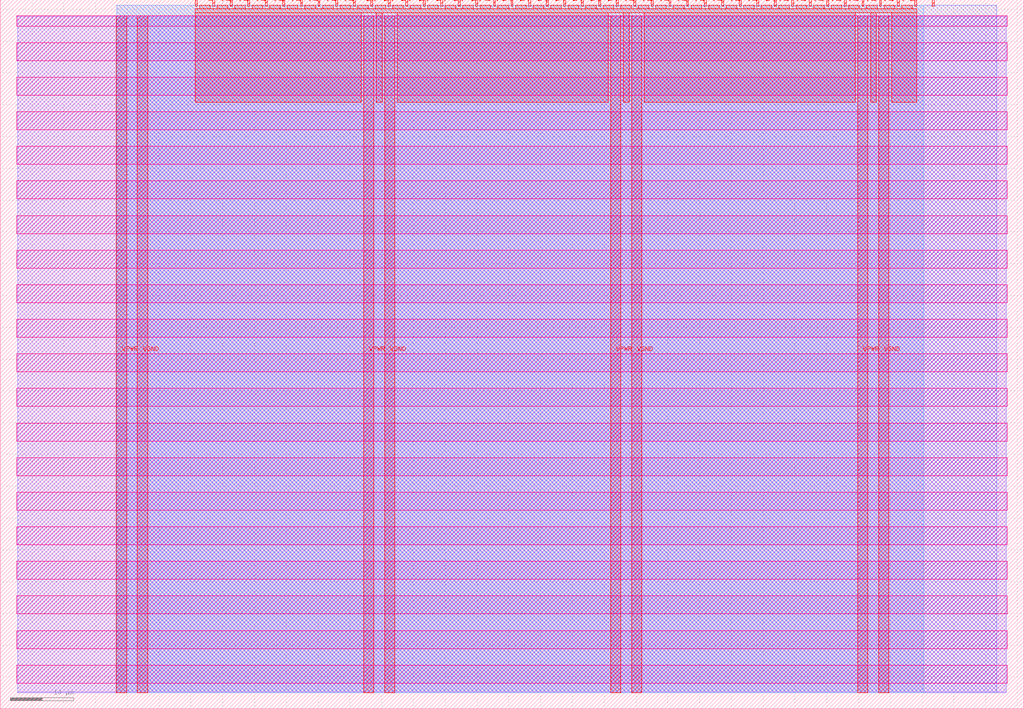
<source format=lef>
VERSION 5.7 ;
  NOWIREEXTENSIONATPIN ON ;
  DIVIDERCHAR "/" ;
  BUSBITCHARS "[]" ;
MACRO tt_um_my_elevator
  CLASS BLOCK ;
  FOREIGN tt_um_my_elevator ;
  ORIGIN 0.000 0.000 ;
  SIZE 161.000 BY 111.520 ;
  PIN VGND
    DIRECTION INOUT ;
    USE GROUND ;
    PORT
      LAYER met4 ;
        RECT 21.580 2.480 23.180 109.040 ;
    END
    PORT
      LAYER met4 ;
        RECT 60.450 2.480 62.050 109.040 ;
    END
    PORT
      LAYER met4 ;
        RECT 99.320 2.480 100.920 109.040 ;
    END
    PORT
      LAYER met4 ;
        RECT 138.190 2.480 139.790 109.040 ;
    END
  END VGND
  PIN VPWR
    DIRECTION INOUT ;
    USE POWER ;
    PORT
      LAYER met4 ;
        RECT 18.280 2.480 19.880 109.040 ;
    END
    PORT
      LAYER met4 ;
        RECT 57.150 2.480 58.750 109.040 ;
    END
    PORT
      LAYER met4 ;
        RECT 96.020 2.480 97.620 109.040 ;
    END
    PORT
      LAYER met4 ;
        RECT 134.890 2.480 136.490 109.040 ;
    END
  END VPWR
  PIN clk
    DIRECTION INPUT ;
    USE SIGNAL ;
    ANTENNAGATEAREA 0.852000 ;
    PORT
      LAYER met4 ;
        RECT 143.830 110.520 144.130 111.520 ;
    END
  END clk
  PIN ena
    DIRECTION INPUT ;
    USE SIGNAL ;
    PORT
      LAYER met4 ;
        RECT 146.590 110.520 146.890 111.520 ;
    END
  END ena
  PIN rst_n
    DIRECTION INPUT ;
    USE SIGNAL ;
    ANTENNAGATEAREA 0.126000 ;
    PORT
      LAYER met4 ;
        RECT 141.070 110.520 141.370 111.520 ;
    END
  END rst_n
  PIN ui_in[0]
    DIRECTION INPUT ;
    USE SIGNAL ;
    ANTENNAGATEAREA 0.196500 ;
    PORT
      LAYER met4 ;
        RECT 138.310 110.520 138.610 111.520 ;
    END
  END ui_in[0]
  PIN ui_in[1]
    DIRECTION INPUT ;
    USE SIGNAL ;
    ANTENNAGATEAREA 0.196500 ;
    PORT
      LAYER met4 ;
        RECT 135.550 110.520 135.850 111.520 ;
    END
  END ui_in[1]
  PIN ui_in[2]
    DIRECTION INPUT ;
    USE SIGNAL ;
    ANTENNAGATEAREA 0.196500 ;
    PORT
      LAYER met4 ;
        RECT 132.790 110.520 133.090 111.520 ;
    END
  END ui_in[2]
  PIN ui_in[3]
    DIRECTION INPUT ;
    USE SIGNAL ;
    ANTENNAGATEAREA 0.196500 ;
    PORT
      LAYER met4 ;
        RECT 130.030 110.520 130.330 111.520 ;
    END
  END ui_in[3]
  PIN ui_in[4]
    DIRECTION INPUT ;
    USE SIGNAL ;
    ANTENNAGATEAREA 0.196500 ;
    PORT
      LAYER met4 ;
        RECT 127.270 110.520 127.570 111.520 ;
    END
  END ui_in[4]
  PIN ui_in[5]
    DIRECTION INPUT ;
    USE SIGNAL ;
    ANTENNAGATEAREA 0.196500 ;
    PORT
      LAYER met4 ;
        RECT 124.510 110.520 124.810 111.520 ;
    END
  END ui_in[5]
  PIN ui_in[6]
    DIRECTION INPUT ;
    USE SIGNAL ;
    ANTENNAGATEAREA 0.196500 ;
    PORT
      LAYER met4 ;
        RECT 121.750 110.520 122.050 111.520 ;
    END
  END ui_in[6]
  PIN ui_in[7]
    DIRECTION INPUT ;
    USE SIGNAL ;
    ANTENNAGATEAREA 0.196500 ;
    PORT
      LAYER met4 ;
        RECT 118.990 110.520 119.290 111.520 ;
    END
  END ui_in[7]
  PIN uio_in[0]
    DIRECTION INPUT ;
    USE SIGNAL ;
    PORT
      LAYER met4 ;
        RECT 116.230 110.520 116.530 111.520 ;
    END
  END uio_in[0]
  PIN uio_in[1]
    DIRECTION INPUT ;
    USE SIGNAL ;
    PORT
      LAYER met4 ;
        RECT 113.470 110.520 113.770 111.520 ;
    END
  END uio_in[1]
  PIN uio_in[2]
    DIRECTION INPUT ;
    USE SIGNAL ;
    PORT
      LAYER met4 ;
        RECT 110.710 110.520 111.010 111.520 ;
    END
  END uio_in[2]
  PIN uio_in[3]
    DIRECTION INPUT ;
    USE SIGNAL ;
    PORT
      LAYER met4 ;
        RECT 107.950 110.520 108.250 111.520 ;
    END
  END uio_in[3]
  PIN uio_in[4]
    DIRECTION INPUT ;
    USE SIGNAL ;
    PORT
      LAYER met4 ;
        RECT 105.190 110.520 105.490 111.520 ;
    END
  END uio_in[4]
  PIN uio_in[5]
    DIRECTION INPUT ;
    USE SIGNAL ;
    PORT
      LAYER met4 ;
        RECT 102.430 110.520 102.730 111.520 ;
    END
  END uio_in[5]
  PIN uio_in[6]
    DIRECTION INPUT ;
    USE SIGNAL ;
    PORT
      LAYER met4 ;
        RECT 99.670 110.520 99.970 111.520 ;
    END
  END uio_in[6]
  PIN uio_in[7]
    DIRECTION INPUT ;
    USE SIGNAL ;
    PORT
      LAYER met4 ;
        RECT 96.910 110.520 97.210 111.520 ;
    END
  END uio_in[7]
  PIN uio_oe[0]
    DIRECTION OUTPUT ;
    USE SIGNAL ;
    ANTENNADIFFAREA 0.445500 ;
    PORT
      LAYER met4 ;
        RECT 49.990 110.520 50.290 111.520 ;
    END
  END uio_oe[0]
  PIN uio_oe[1]
    DIRECTION OUTPUT ;
    USE SIGNAL ;
    ANTENNADIFFAREA 0.445500 ;
    PORT
      LAYER met4 ;
        RECT 47.230 110.520 47.530 111.520 ;
    END
  END uio_oe[1]
  PIN uio_oe[2]
    DIRECTION OUTPUT ;
    USE SIGNAL ;
    ANTENNADIFFAREA 0.445500 ;
    PORT
      LAYER met4 ;
        RECT 44.470 110.520 44.770 111.520 ;
    END
  END uio_oe[2]
  PIN uio_oe[3]
    DIRECTION OUTPUT ;
    USE SIGNAL ;
    ANTENNADIFFAREA 0.445500 ;
    PORT
      LAYER met4 ;
        RECT 41.710 110.520 42.010 111.520 ;
    END
  END uio_oe[3]
  PIN uio_oe[4]
    DIRECTION OUTPUT ;
    USE SIGNAL ;
    ANTENNADIFFAREA 0.445500 ;
    PORT
      LAYER met4 ;
        RECT 38.950 110.520 39.250 111.520 ;
    END
  END uio_oe[4]
  PIN uio_oe[5]
    DIRECTION OUTPUT ;
    USE SIGNAL ;
    ANTENNADIFFAREA 0.445500 ;
    PORT
      LAYER met4 ;
        RECT 36.190 110.520 36.490 111.520 ;
    END
  END uio_oe[5]
  PIN uio_oe[6]
    DIRECTION OUTPUT ;
    USE SIGNAL ;
    ANTENNADIFFAREA 0.445500 ;
    PORT
      LAYER met4 ;
        RECT 33.430 110.520 33.730 111.520 ;
    END
  END uio_oe[6]
  PIN uio_oe[7]
    DIRECTION OUTPUT ;
    USE SIGNAL ;
    ANTENNADIFFAREA 0.445500 ;
    PORT
      LAYER met4 ;
        RECT 30.670 110.520 30.970 111.520 ;
    END
  END uio_oe[7]
  PIN uio_out[0]
    DIRECTION OUTPUT ;
    USE SIGNAL ;
    ANTENNADIFFAREA 0.445500 ;
    PORT
      LAYER met4 ;
        RECT 72.070 110.520 72.370 111.520 ;
    END
  END uio_out[0]
  PIN uio_out[1]
    DIRECTION OUTPUT ;
    USE SIGNAL ;
    ANTENNADIFFAREA 0.445500 ;
    PORT
      LAYER met4 ;
        RECT 69.310 110.520 69.610 111.520 ;
    END
  END uio_out[1]
  PIN uio_out[2]
    DIRECTION OUTPUT ;
    USE SIGNAL ;
    ANTENNADIFFAREA 0.445500 ;
    PORT
      LAYER met4 ;
        RECT 66.550 110.520 66.850 111.520 ;
    END
  END uio_out[2]
  PIN uio_out[3]
    DIRECTION OUTPUT ;
    USE SIGNAL ;
    ANTENNADIFFAREA 0.445500 ;
    PORT
      LAYER met4 ;
        RECT 63.790 110.520 64.090 111.520 ;
    END
  END uio_out[3]
  PIN uio_out[4]
    DIRECTION OUTPUT ;
    USE SIGNAL ;
    ANTENNADIFFAREA 0.445500 ;
    PORT
      LAYER met4 ;
        RECT 61.030 110.520 61.330 111.520 ;
    END
  END uio_out[4]
  PIN uio_out[5]
    DIRECTION OUTPUT ;
    USE SIGNAL ;
    ANTENNADIFFAREA 0.445500 ;
    PORT
      LAYER met4 ;
        RECT 58.270 110.520 58.570 111.520 ;
    END
  END uio_out[5]
  PIN uio_out[6]
    DIRECTION OUTPUT ;
    USE SIGNAL ;
    ANTENNADIFFAREA 0.445500 ;
    PORT
      LAYER met4 ;
        RECT 55.510 110.520 55.810 111.520 ;
    END
  END uio_out[6]
  PIN uio_out[7]
    DIRECTION OUTPUT ;
    USE SIGNAL ;
    ANTENNADIFFAREA 0.445500 ;
    PORT
      LAYER met4 ;
        RECT 52.750 110.520 53.050 111.520 ;
    END
  END uio_out[7]
  PIN uo_out[0]
    DIRECTION OUTPUT ;
    USE SIGNAL ;
    ANTENNADIFFAREA 1.721000 ;
    PORT
      LAYER met4 ;
        RECT 94.150 110.520 94.450 111.520 ;
    END
  END uo_out[0]
  PIN uo_out[1]
    DIRECTION OUTPUT ;
    USE SIGNAL ;
    ANTENNADIFFAREA 1.288000 ;
    PORT
      LAYER met4 ;
        RECT 91.390 110.520 91.690 111.520 ;
    END
  END uo_out[1]
  PIN uo_out[2]
    DIRECTION OUTPUT ;
    USE SIGNAL ;
    ANTENNADIFFAREA 1.288000 ;
    PORT
      LAYER met4 ;
        RECT 88.630 110.520 88.930 111.520 ;
    END
  END uo_out[2]
  PIN uo_out[3]
    DIRECTION OUTPUT ;
    USE SIGNAL ;
    ANTENNADIFFAREA 0.453750 ;
    PORT
      LAYER met4 ;
        RECT 85.870 110.520 86.170 111.520 ;
    END
  END uo_out[3]
  PIN uo_out[4]
    DIRECTION OUTPUT ;
    USE SIGNAL ;
    ANTENNADIFFAREA 0.643500 ;
    PORT
      LAYER met4 ;
        RECT 83.110 110.520 83.410 111.520 ;
    END
  END uo_out[4]
  PIN uo_out[5]
    DIRECTION OUTPUT ;
    USE SIGNAL ;
    ANTENNADIFFAREA 1.288000 ;
    PORT
      LAYER met4 ;
        RECT 80.350 110.520 80.650 111.520 ;
    END
  END uo_out[5]
  PIN uo_out[6]
    DIRECTION OUTPUT ;
    USE SIGNAL ;
    ANTENNADIFFAREA 0.891000 ;
    PORT
      LAYER met4 ;
        RECT 77.590 110.520 77.890 111.520 ;
    END
  END uo_out[6]
  PIN uo_out[7]
    DIRECTION OUTPUT ;
    USE SIGNAL ;
    ANTENNADIFFAREA 0.445500 ;
    PORT
      LAYER met4 ;
        RECT 74.830 110.520 75.130 111.520 ;
    END
  END uo_out[7]
  OBS
      LAYER nwell ;
        RECT 2.570 107.385 158.430 108.990 ;
        RECT 2.570 101.945 158.430 104.775 ;
        RECT 2.570 96.505 158.430 99.335 ;
        RECT 2.570 91.065 158.430 93.895 ;
        RECT 2.570 85.625 158.430 88.455 ;
        RECT 2.570 80.185 158.430 83.015 ;
        RECT 2.570 74.745 158.430 77.575 ;
        RECT 2.570 69.305 158.430 72.135 ;
        RECT 2.570 63.865 158.430 66.695 ;
        RECT 2.570 58.425 158.430 61.255 ;
        RECT 2.570 52.985 158.430 55.815 ;
        RECT 2.570 47.545 158.430 50.375 ;
        RECT 2.570 42.105 158.430 44.935 ;
        RECT 2.570 36.665 158.430 39.495 ;
        RECT 2.570 31.225 158.430 34.055 ;
        RECT 2.570 25.785 158.430 28.615 ;
        RECT 2.570 20.345 158.430 23.175 ;
        RECT 2.570 14.905 158.430 17.735 ;
        RECT 2.570 9.465 158.430 12.295 ;
        RECT 2.570 4.025 158.430 6.855 ;
      LAYER li1 ;
        RECT 2.760 2.635 158.240 108.885 ;
      LAYER met1 ;
        RECT 2.760 2.480 158.240 109.040 ;
      LAYER met2 ;
        RECT 18.310 2.535 156.760 110.685 ;
      LAYER met3 ;
        RECT 18.290 2.555 145.295 110.665 ;
      LAYER met4 ;
        RECT 31.370 110.120 33.030 110.665 ;
        RECT 34.130 110.120 35.790 110.665 ;
        RECT 36.890 110.120 38.550 110.665 ;
        RECT 39.650 110.120 41.310 110.665 ;
        RECT 42.410 110.120 44.070 110.665 ;
        RECT 45.170 110.120 46.830 110.665 ;
        RECT 47.930 110.120 49.590 110.665 ;
        RECT 50.690 110.120 52.350 110.665 ;
        RECT 53.450 110.120 55.110 110.665 ;
        RECT 56.210 110.120 57.870 110.665 ;
        RECT 58.970 110.120 60.630 110.665 ;
        RECT 61.730 110.120 63.390 110.665 ;
        RECT 64.490 110.120 66.150 110.665 ;
        RECT 67.250 110.120 68.910 110.665 ;
        RECT 70.010 110.120 71.670 110.665 ;
        RECT 72.770 110.120 74.430 110.665 ;
        RECT 75.530 110.120 77.190 110.665 ;
        RECT 78.290 110.120 79.950 110.665 ;
        RECT 81.050 110.120 82.710 110.665 ;
        RECT 83.810 110.120 85.470 110.665 ;
        RECT 86.570 110.120 88.230 110.665 ;
        RECT 89.330 110.120 90.990 110.665 ;
        RECT 92.090 110.120 93.750 110.665 ;
        RECT 94.850 110.120 96.510 110.665 ;
        RECT 97.610 110.120 99.270 110.665 ;
        RECT 100.370 110.120 102.030 110.665 ;
        RECT 103.130 110.120 104.790 110.665 ;
        RECT 105.890 110.120 107.550 110.665 ;
        RECT 108.650 110.120 110.310 110.665 ;
        RECT 111.410 110.120 113.070 110.665 ;
        RECT 114.170 110.120 115.830 110.665 ;
        RECT 116.930 110.120 118.590 110.665 ;
        RECT 119.690 110.120 121.350 110.665 ;
        RECT 122.450 110.120 124.110 110.665 ;
        RECT 125.210 110.120 126.870 110.665 ;
        RECT 127.970 110.120 129.630 110.665 ;
        RECT 130.730 110.120 132.390 110.665 ;
        RECT 133.490 110.120 135.150 110.665 ;
        RECT 136.250 110.120 137.910 110.665 ;
        RECT 139.010 110.120 140.670 110.665 ;
        RECT 141.770 110.120 143.430 110.665 ;
        RECT 30.655 109.440 144.145 110.120 ;
        RECT 30.655 95.375 56.750 109.440 ;
        RECT 59.150 95.375 60.050 109.440 ;
        RECT 62.450 95.375 95.620 109.440 ;
        RECT 98.020 95.375 98.920 109.440 ;
        RECT 101.320 95.375 134.490 109.440 ;
        RECT 136.890 95.375 137.790 109.440 ;
        RECT 140.190 95.375 144.145 109.440 ;
  END
END tt_um_my_elevator
END LIBRARY


</source>
